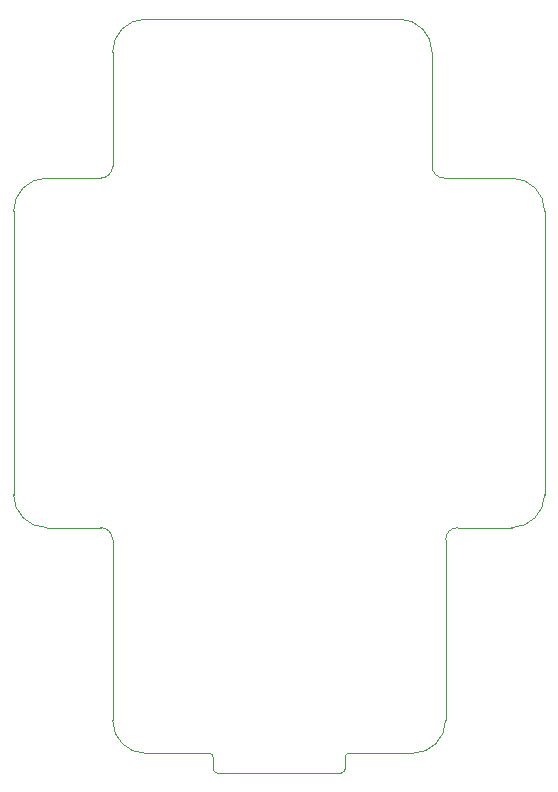
<source format=gbr>
G04 #@! TF.GenerationSoftware,KiCad,Pcbnew,(5.1.4)-1*
G04 #@! TF.CreationDate,2020-06-09T22:28:14-07:00*
G04 #@! TF.ProjectId,SkateLightMainBoard,536b6174-654c-4696-9768-744d61696e42,rev?*
G04 #@! TF.SameCoordinates,Original*
G04 #@! TF.FileFunction,Profile,NP*
%FSLAX46Y46*%
G04 Gerber Fmt 4.6, Leading zero omitted, Abs format (unit mm)*
G04 Created by KiCad (PCBNEW (5.1.4)-1) date 2020-06-09 22:28:14*
%MOMM*%
%LPD*%
G04 APERTURE LIST*
%ADD10C,0.050000*%
G04 APERTURE END LIST*
D10*
X-11303000Y26416000D02*
X10160000Y26416000D01*
X12954000Y23622000D02*
G75*
G03X10160000Y26416000I-2794000J0D01*
G01*
X12954000Y13970000D02*
G75*
G03X13970000Y12954000I1016000J0D01*
G01*
X18542000Y12954000D02*
X13970000Y12954000D01*
X12954000Y13970000D02*
X12954000Y23622000D01*
X-14097000Y23622000D02*
G75*
G02X-11303000Y26416000I2794000J0D01*
G01*
X-14097000Y13970000D02*
X-14097000Y23622000D01*
X-14097000Y13970000D02*
G75*
G02X-15113000Y12954000I-1016000J0D01*
G01*
X-19685000Y12954000D02*
X-15113000Y12954000D01*
X19685000Y-16637000D02*
G75*
G03X22479000Y-13843000I0J2794000D01*
G01*
X22479000Y10160000D02*
G75*
G03X19685000Y12954000I-2794000J0D01*
G01*
X15113000Y-16637000D02*
G75*
G03X14097000Y-17653000I0J-1016000D01*
G01*
X5270500Y-37401500D02*
G75*
G03X5588000Y-37084000I0J317500D01*
G01*
X19685000Y-16637000D02*
X15113000Y-16637000D01*
X22479000Y10160000D02*
X22479000Y-13843000D01*
X5588000Y-36068000D02*
G75*
G02X5905500Y-35750500I317500J0D01*
G01*
X11303000Y-35750500D02*
G75*
G03X14097000Y-32956500I0J2794000D01*
G01*
X14097000Y-32956500D02*
X14097000Y-17653000D01*
X11303000Y-35750500D02*
X5905500Y-35750500D01*
X5588000Y-36068000D02*
X5588000Y-37084000D01*
X-11303000Y-35750500D02*
G75*
G02X-14097000Y-32956500I0J2794000D01*
G01*
X-11303000Y-35750500D02*
X-5905500Y-35750500D01*
X5270500Y-37401500D02*
X-5270500Y-37401500D01*
X-5588000Y-36068000D02*
G75*
G03X-5905500Y-35750500I-317500J0D01*
G01*
X-5270500Y-37401500D02*
G75*
G02X-5588000Y-37084000I0J317500D01*
G01*
X-5588000Y-36068000D02*
X-5588000Y-37084000D01*
X-14097000Y-32956500D02*
X-14097000Y-17653000D01*
X-15113000Y-16637000D02*
G75*
G02X-14097000Y-17653000I0J-1016000D01*
G01*
X-19685000Y-16637000D02*
X-15113000Y-16637000D01*
X-19685000Y-16637000D02*
G75*
G02X-22479000Y-13843000I0J2794000D01*
G01*
X-22479000Y10160000D02*
X-22479000Y-13843000D01*
X-22479000Y10160000D02*
G75*
G02X-19685000Y12954000I2794000J0D01*
G01*
X18542000Y12954000D02*
X19685000Y12954000D01*
M02*

</source>
